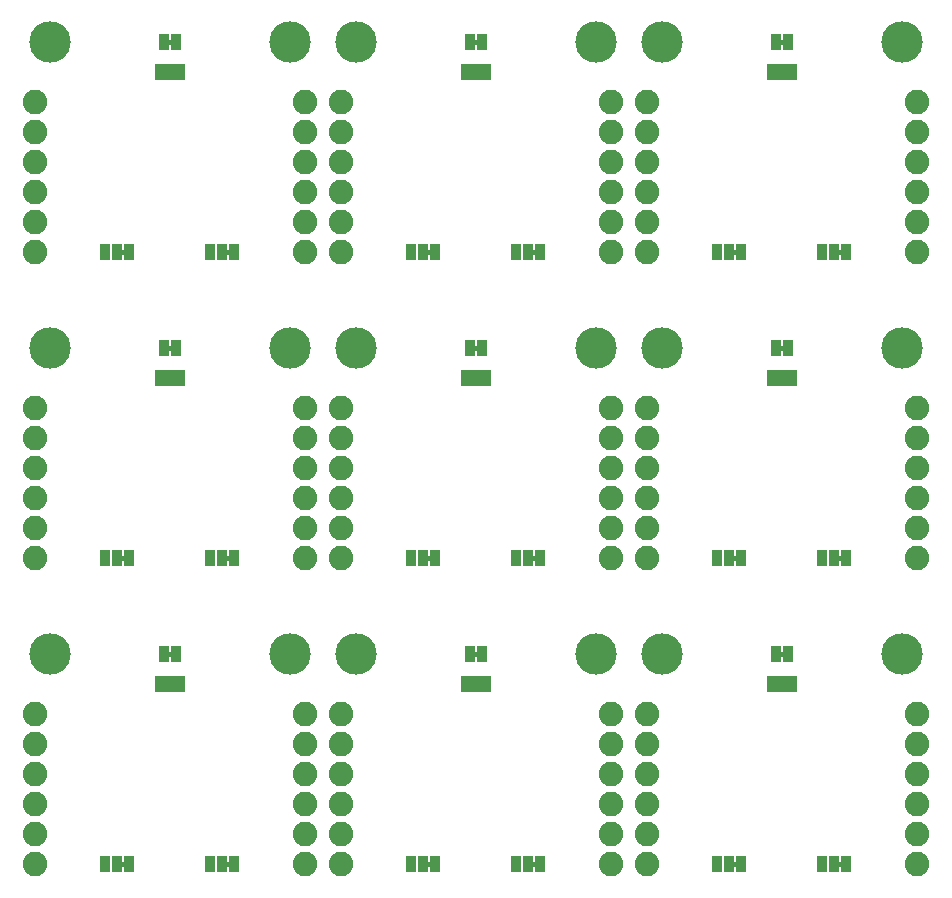
<source format=gbs>
G75*
%MOIN*%
%OFA0B0*%
%FSLAX25Y25*%
%IPPOS*%
%LPD*%
%AMOC8*
5,1,8,0,0,1.08239X$1,22.5*
%
%ADD10C,0.13800*%
%ADD11C,0.08200*%
%ADD12R,0.03300X0.05800*%
%ADD13C,0.00500*%
D10*
X0165833Y0225000D03*
X0245833Y0225000D03*
X0267833Y0225000D03*
X0347833Y0225000D03*
X0369833Y0225000D03*
X0449833Y0225000D03*
X0449833Y0327000D03*
X0369833Y0327000D03*
X0347833Y0327000D03*
X0267833Y0327000D03*
X0245833Y0327000D03*
X0165833Y0327000D03*
X0165833Y0429000D03*
X0245833Y0429000D03*
X0267833Y0429000D03*
X0347833Y0429000D03*
X0369833Y0429000D03*
X0449833Y0429000D03*
D11*
X0160833Y0155000D03*
X0160833Y0165000D03*
X0160833Y0175000D03*
X0160833Y0185000D03*
X0160833Y0195000D03*
X0160833Y0205000D03*
X0160833Y0257000D03*
X0160833Y0267000D03*
X0160833Y0277000D03*
X0160833Y0287000D03*
X0160833Y0297000D03*
X0160833Y0307000D03*
X0160833Y0359000D03*
X0160833Y0369000D03*
X0160833Y0379000D03*
X0160833Y0389000D03*
X0160833Y0399000D03*
X0160833Y0409000D03*
X0250833Y0409000D03*
X0250833Y0399000D03*
X0250833Y0389000D03*
X0250833Y0379000D03*
X0250833Y0369000D03*
X0250833Y0359000D03*
X0262833Y0359000D03*
X0262833Y0369000D03*
X0262833Y0379000D03*
X0262833Y0389000D03*
X0262833Y0399000D03*
X0262833Y0409000D03*
X0352833Y0409000D03*
X0352833Y0399000D03*
X0352833Y0389000D03*
X0352833Y0379000D03*
X0352833Y0369000D03*
X0352833Y0359000D03*
X0364833Y0359000D03*
X0364833Y0369000D03*
X0364833Y0379000D03*
X0364833Y0389000D03*
X0364833Y0399000D03*
X0364833Y0409000D03*
X0454833Y0409000D03*
X0454833Y0399000D03*
X0454833Y0389000D03*
X0454833Y0379000D03*
X0454833Y0369000D03*
X0454833Y0359000D03*
X0454833Y0307000D03*
X0454833Y0297000D03*
X0454833Y0287000D03*
X0454833Y0277000D03*
X0454833Y0267000D03*
X0454833Y0257000D03*
X0454833Y0205000D03*
X0454833Y0195000D03*
X0454833Y0185000D03*
X0454833Y0175000D03*
X0454833Y0165000D03*
X0454833Y0155000D03*
X0364833Y0155000D03*
X0364833Y0165000D03*
X0364833Y0175000D03*
X0364833Y0185000D03*
X0364833Y0195000D03*
X0364833Y0205000D03*
X0352833Y0205000D03*
X0352833Y0195000D03*
X0352833Y0185000D03*
X0352833Y0175000D03*
X0352833Y0165000D03*
X0352833Y0155000D03*
X0262833Y0155000D03*
X0262833Y0165000D03*
X0262833Y0175000D03*
X0262833Y0185000D03*
X0262833Y0195000D03*
X0250833Y0195000D03*
X0250833Y0185000D03*
X0250833Y0175000D03*
X0250833Y0165000D03*
X0250833Y0155000D03*
X0250833Y0205000D03*
X0262833Y0205000D03*
X0262833Y0257000D03*
X0262833Y0267000D03*
X0262833Y0277000D03*
X0262833Y0287000D03*
X0262833Y0297000D03*
X0262833Y0307000D03*
X0250833Y0307000D03*
X0250833Y0297000D03*
X0250833Y0287000D03*
X0250833Y0277000D03*
X0250833Y0267000D03*
X0250833Y0257000D03*
X0352833Y0257000D03*
X0352833Y0267000D03*
X0352833Y0277000D03*
X0352833Y0287000D03*
X0352833Y0297000D03*
X0352833Y0307000D03*
X0364833Y0307000D03*
X0364833Y0297000D03*
X0364833Y0287000D03*
X0364833Y0277000D03*
X0364833Y0267000D03*
X0364833Y0257000D03*
D12*
X0388333Y0257000D03*
X0392333Y0257000D03*
X0396333Y0257000D03*
X0423333Y0257000D03*
X0427333Y0257000D03*
X0431333Y0257000D03*
X0411833Y0225000D03*
X0407833Y0225000D03*
X0406633Y0215000D03*
X0409833Y0215000D03*
X0413033Y0215000D03*
X0423333Y0155000D03*
X0427333Y0155000D03*
X0431333Y0155000D03*
X0396333Y0155000D03*
X0392333Y0155000D03*
X0388333Y0155000D03*
X0329333Y0155000D03*
X0325333Y0155000D03*
X0321333Y0155000D03*
X0294333Y0155000D03*
X0290333Y0155000D03*
X0286333Y0155000D03*
X0227333Y0155000D03*
X0223333Y0155000D03*
X0219333Y0155000D03*
X0192333Y0155000D03*
X0188333Y0155000D03*
X0184333Y0155000D03*
X0202633Y0215000D03*
X0205833Y0215000D03*
X0209033Y0215000D03*
X0207833Y0225000D03*
X0203833Y0225000D03*
X0192333Y0257000D03*
X0188333Y0257000D03*
X0184333Y0257000D03*
X0219333Y0257000D03*
X0223333Y0257000D03*
X0227333Y0257000D03*
X0286333Y0257000D03*
X0290333Y0257000D03*
X0294333Y0257000D03*
X0321333Y0257000D03*
X0325333Y0257000D03*
X0329333Y0257000D03*
X0309833Y0225000D03*
X0305833Y0225000D03*
X0304633Y0215000D03*
X0307833Y0215000D03*
X0311033Y0215000D03*
X0311033Y0317000D03*
X0307833Y0317000D03*
X0304633Y0317000D03*
X0305833Y0327000D03*
X0309833Y0327000D03*
X0321333Y0359000D03*
X0325333Y0359000D03*
X0329333Y0359000D03*
X0294333Y0359000D03*
X0290333Y0359000D03*
X0286333Y0359000D03*
X0227333Y0359000D03*
X0223333Y0359000D03*
X0219333Y0359000D03*
X0192333Y0359000D03*
X0188333Y0359000D03*
X0184333Y0359000D03*
X0203833Y0327000D03*
X0207833Y0327000D03*
X0209033Y0317000D03*
X0205833Y0317000D03*
X0202633Y0317000D03*
X0202633Y0419000D03*
X0205833Y0419000D03*
X0209033Y0419000D03*
X0207833Y0429000D03*
X0203833Y0429000D03*
X0304633Y0419000D03*
X0307833Y0419000D03*
X0311033Y0419000D03*
X0309833Y0429000D03*
X0305833Y0429000D03*
X0388333Y0359000D03*
X0392333Y0359000D03*
X0396333Y0359000D03*
X0423333Y0359000D03*
X0427333Y0359000D03*
X0431333Y0359000D03*
X0411833Y0327000D03*
X0407833Y0327000D03*
X0406633Y0317000D03*
X0409833Y0317000D03*
X0413033Y0317000D03*
X0413033Y0419000D03*
X0409833Y0419000D03*
X0406633Y0419000D03*
X0407833Y0429000D03*
X0411833Y0429000D03*
D13*
X0410583Y0429122D02*
X0409083Y0429122D01*
X0409083Y0429500D02*
X0409083Y0428500D01*
X0410583Y0428500D01*
X0410583Y0429500D01*
X0409083Y0429500D01*
X0409083Y0428623D02*
X0410583Y0428623D01*
X0395083Y0359500D02*
X0393583Y0359500D01*
X0393583Y0358500D01*
X0395083Y0358500D01*
X0395083Y0359500D01*
X0395083Y0359330D02*
X0393583Y0359330D01*
X0393583Y0358832D02*
X0395083Y0358832D01*
X0428583Y0358832D02*
X0430083Y0358832D01*
X0430083Y0358500D02*
X0430083Y0359500D01*
X0428583Y0359500D01*
X0428583Y0358500D01*
X0430083Y0358500D01*
X0430083Y0359330D02*
X0428583Y0359330D01*
X0410583Y0327500D02*
X0409083Y0327500D01*
X0409083Y0326500D01*
X0410583Y0326500D01*
X0410583Y0327500D01*
X0410583Y0327425D02*
X0409083Y0327425D01*
X0409083Y0326927D02*
X0410583Y0326927D01*
X0395083Y0257500D02*
X0393583Y0257500D01*
X0393583Y0256500D01*
X0395083Y0256500D01*
X0395083Y0257500D01*
X0395083Y0257135D02*
X0393583Y0257135D01*
X0393583Y0256637D02*
X0395083Y0256637D01*
X0428583Y0256637D02*
X0430083Y0256637D01*
X0430083Y0256500D02*
X0430083Y0257500D01*
X0428583Y0257500D01*
X0428583Y0256500D01*
X0430083Y0256500D01*
X0430083Y0257135D02*
X0428583Y0257135D01*
X0410583Y0225500D02*
X0409083Y0225500D01*
X0409083Y0224500D01*
X0410583Y0224500D01*
X0410583Y0225500D01*
X0410583Y0225231D02*
X0409083Y0225231D01*
X0409083Y0224732D02*
X0410583Y0224732D01*
X0395083Y0155500D02*
X0393583Y0155500D01*
X0393583Y0154500D01*
X0395083Y0154500D01*
X0395083Y0155500D01*
X0395083Y0155439D02*
X0393583Y0155439D01*
X0393583Y0154940D02*
X0395083Y0154940D01*
X0428583Y0154940D02*
X0430083Y0154940D01*
X0430083Y0154500D02*
X0430083Y0155500D01*
X0428583Y0155500D01*
X0428583Y0154500D01*
X0430083Y0154500D01*
X0430083Y0155439D02*
X0428583Y0155439D01*
X0328083Y0155439D02*
X0326583Y0155439D01*
X0326583Y0155500D02*
X0326583Y0154500D01*
X0328083Y0154500D01*
X0328083Y0155500D01*
X0326583Y0155500D01*
X0326583Y0154940D02*
X0328083Y0154940D01*
X0293083Y0154940D02*
X0291583Y0154940D01*
X0291583Y0154500D02*
X0291583Y0155500D01*
X0293083Y0155500D01*
X0293083Y0154500D01*
X0291583Y0154500D01*
X0291583Y0155439D02*
X0293083Y0155439D01*
X0226083Y0155439D02*
X0224583Y0155439D01*
X0224583Y0155500D02*
X0224583Y0154500D01*
X0226083Y0154500D01*
X0226083Y0155500D01*
X0224583Y0155500D01*
X0224583Y0154940D02*
X0226083Y0154940D01*
X0191083Y0154940D02*
X0189583Y0154940D01*
X0189583Y0154500D02*
X0189583Y0155500D01*
X0191083Y0155500D01*
X0191083Y0154500D01*
X0189583Y0154500D01*
X0189583Y0155439D02*
X0191083Y0155439D01*
X0205083Y0224500D02*
X0205083Y0225500D01*
X0206583Y0225500D01*
X0206583Y0224500D01*
X0205083Y0224500D01*
X0205083Y0224732D02*
X0206583Y0224732D01*
X0206583Y0225231D02*
X0205083Y0225231D01*
X0191083Y0256500D02*
X0191083Y0257500D01*
X0189583Y0257500D01*
X0189583Y0256500D01*
X0191083Y0256500D01*
X0191083Y0256637D02*
X0189583Y0256637D01*
X0189583Y0257135D02*
X0191083Y0257135D01*
X0224583Y0257135D02*
X0226083Y0257135D01*
X0226083Y0257500D02*
X0224583Y0257500D01*
X0224583Y0256500D01*
X0226083Y0256500D01*
X0226083Y0257500D01*
X0226083Y0256637D02*
X0224583Y0256637D01*
X0291583Y0256637D02*
X0293083Y0256637D01*
X0293083Y0256500D02*
X0293083Y0257500D01*
X0291583Y0257500D01*
X0291583Y0256500D01*
X0293083Y0256500D01*
X0293083Y0257135D02*
X0291583Y0257135D01*
X0326583Y0257135D02*
X0328083Y0257135D01*
X0328083Y0257500D02*
X0326583Y0257500D01*
X0326583Y0256500D01*
X0328083Y0256500D01*
X0328083Y0257500D01*
X0328083Y0256637D02*
X0326583Y0256637D01*
X0308583Y0225500D02*
X0307083Y0225500D01*
X0307083Y0224500D01*
X0308583Y0224500D01*
X0308583Y0225500D01*
X0308583Y0225231D02*
X0307083Y0225231D01*
X0307083Y0224732D02*
X0308583Y0224732D01*
X0308583Y0326500D02*
X0308583Y0327500D01*
X0307083Y0327500D01*
X0307083Y0326500D01*
X0308583Y0326500D01*
X0308583Y0326927D02*
X0307083Y0326927D01*
X0307083Y0327425D02*
X0308583Y0327425D01*
X0293083Y0358500D02*
X0293083Y0359500D01*
X0291583Y0359500D01*
X0291583Y0358500D01*
X0293083Y0358500D01*
X0293083Y0358832D02*
X0291583Y0358832D01*
X0291583Y0359330D02*
X0293083Y0359330D01*
X0326583Y0359330D02*
X0328083Y0359330D01*
X0328083Y0359500D02*
X0326583Y0359500D01*
X0326583Y0358500D01*
X0328083Y0358500D01*
X0328083Y0359500D01*
X0328083Y0358832D02*
X0326583Y0358832D01*
X0308583Y0428500D02*
X0308583Y0429500D01*
X0307083Y0429500D01*
X0307083Y0428500D01*
X0308583Y0428500D01*
X0308583Y0428623D02*
X0307083Y0428623D01*
X0307083Y0429122D02*
X0308583Y0429122D01*
X0226083Y0359500D02*
X0224583Y0359500D01*
X0224583Y0358500D01*
X0226083Y0358500D01*
X0226083Y0359500D01*
X0226083Y0359330D02*
X0224583Y0359330D01*
X0224583Y0358832D02*
X0226083Y0358832D01*
X0206583Y0327500D02*
X0205083Y0327500D01*
X0205083Y0326500D01*
X0206583Y0326500D01*
X0206583Y0327500D01*
X0206583Y0327425D02*
X0205083Y0327425D01*
X0205083Y0326927D02*
X0206583Y0326927D01*
X0191083Y0358500D02*
X0191083Y0359500D01*
X0189583Y0359500D01*
X0189583Y0358500D01*
X0191083Y0358500D01*
X0191083Y0358832D02*
X0189583Y0358832D01*
X0189583Y0359330D02*
X0191083Y0359330D01*
X0205083Y0428500D02*
X0205083Y0429500D01*
X0206583Y0429500D01*
X0206583Y0428500D01*
X0205083Y0428500D01*
X0205083Y0428623D02*
X0206583Y0428623D01*
X0206583Y0429122D02*
X0205083Y0429122D01*
M02*

</source>
